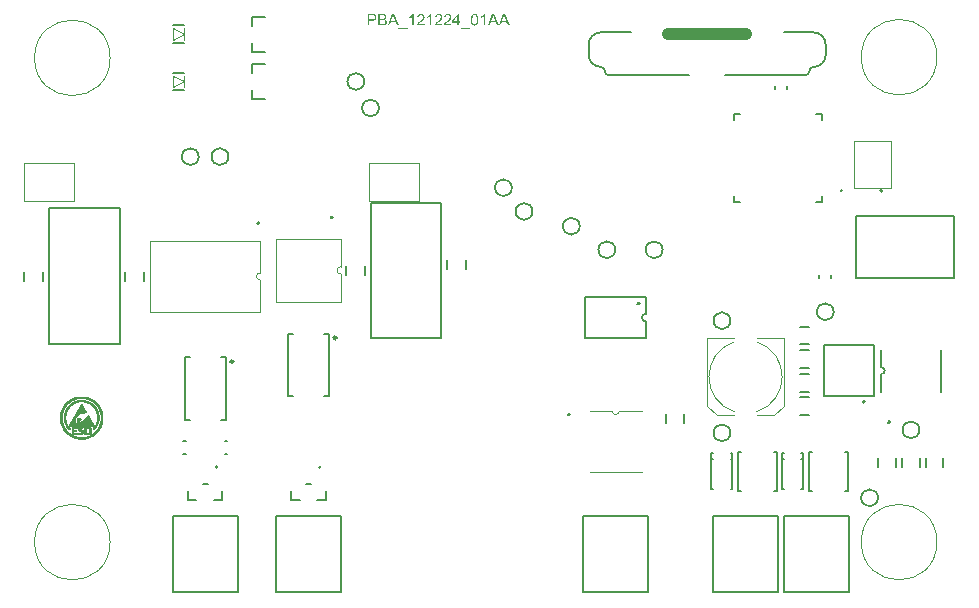
<source format=gto>
G04*
G04 #@! TF.GenerationSoftware,Altium Limited,Altium Designer,23.9.2 (47)*
G04*
G04 Layer_Color=65535*
%FSLAX43Y43*%
%MOMM*%
G71*
G04*
G04 #@! TF.SameCoordinates,DD1DA4F9-BAAB-46B1-B849-2321CEA9ED03*
G04*
G04*
G04 #@! TF.FilePolarity,Positive*
G04*
G01*
G75*
%ADD10C,0.300*%
%ADD11C,0.200*%
%ADD12C,0.100*%
%ADD13C,0.152*%
%ADD14C,0.250*%
%ADD15C,0.102*%
%ADD16C,0.150*%
%ADD17C,0.050*%
%ADD18C,0.025*%
%ADD19C,0.127*%
%ADD20C,1.000*%
G36*
X42017Y48750D02*
X41870D01*
X41757Y49045D01*
X41347D01*
X41242Y48750D01*
X41108D01*
D01*
X40962D01*
X40849Y49045D01*
X40439D01*
X40333Y48750D01*
X40197D01*
X40570Y49725D01*
X40709D01*
X41107Y48754D01*
X41478Y49725D01*
X41618D01*
X42017Y48750D01*
D02*
G37*
G36*
X39947D02*
X39828D01*
Y49512D01*
X39826Y49510D01*
X39820Y49504D01*
X39811Y49497D01*
X39797Y49486D01*
X39781Y49474D01*
X39761Y49460D01*
X39739Y49445D01*
X39714Y49429D01*
X39713D01*
X39711Y49427D01*
X39707Y49425D01*
X39702Y49423D01*
X39696Y49419D01*
X39688Y49416D01*
X39671Y49406D01*
X39652Y49397D01*
X39631Y49386D01*
X39609Y49377D01*
X39588Y49368D01*
Y49483D01*
X39589Y49484D01*
X39592Y49485D01*
X39597Y49489D01*
X39605Y49492D01*
X39613Y49496D01*
X39624Y49502D01*
X39636Y49509D01*
X39647Y49515D01*
X39675Y49532D01*
X39704Y49552D01*
X39735Y49573D01*
X39763Y49597D01*
X39764Y49598D01*
X39767Y49601D01*
X39771Y49604D01*
X39776Y49609D01*
X39781Y49615D01*
X39789Y49622D01*
X39805Y49640D01*
X39823Y49659D01*
X39840Y49681D01*
X39856Y49704D01*
X39870Y49728D01*
X39947D01*
Y48750D01*
D02*
G37*
G36*
X37727Y49093D02*
X37859D01*
Y48984D01*
X37727D01*
Y48750D01*
X37608D01*
Y48984D01*
X37183Y48984D01*
Y49093D01*
X37629Y49725D01*
X37727D01*
Y49093D01*
D02*
G37*
G36*
X36812Y49727D02*
X36824Y49726D01*
X36838Y49724D01*
X36853Y49722D01*
X36869Y49719D01*
X36887Y49715D01*
X36905Y49709D01*
X36924Y49703D01*
X36942Y49696D01*
X36961Y49686D01*
X36979Y49676D01*
X36996Y49664D01*
X37012Y49650D01*
X37013Y49649D01*
X37015Y49647D01*
X37019Y49642D01*
X37025Y49637D01*
X37031Y49629D01*
X37038Y49620D01*
X37046Y49609D01*
X37053Y49596D01*
X37060Y49584D01*
X37068Y49569D01*
X37075Y49553D01*
X37082Y49536D01*
X37087Y49517D01*
X37091Y49498D01*
X37093Y49478D01*
X37094Y49457D01*
Y49456D01*
Y49455D01*
Y49452D01*
Y49447D01*
X37093Y49436D01*
X37091Y49421D01*
X37088Y49403D01*
X37084Y49384D01*
X37078Y49363D01*
X37070Y49342D01*
Y49341D01*
X37069Y49340D01*
X37068Y49336D01*
X37066Y49332D01*
X37059Y49321D01*
X37051Y49306D01*
X37039Y49288D01*
X37026Y49268D01*
X37010Y49247D01*
X36990Y49223D01*
X36989Y49222D01*
X36988Y49220D01*
X36983Y49217D01*
X36979Y49212D01*
X36973Y49205D01*
X36965Y49198D01*
X36957Y49189D01*
X36946Y49179D01*
X36934Y49167D01*
X36920Y49155D01*
X36905Y49140D01*
X36888Y49125D01*
X36870Y49108D01*
X36850Y49091D01*
X36828Y49072D01*
X36805Y49052D01*
X36804Y49051D01*
X36801Y49048D01*
X36794Y49044D01*
X36788Y49037D01*
X36778Y49030D01*
X36769Y49022D01*
X36747Y49003D01*
X36723Y48982D01*
X36701Y48961D01*
X36691Y48952D01*
X36681Y48943D01*
X36673Y48935D01*
X36666Y48929D01*
X36665Y48928D01*
X36661Y48923D01*
X36656Y48917D01*
X36648Y48909D01*
X36640Y48899D01*
X36631Y48888D01*
X36615Y48865D01*
X37095D01*
Y48750D01*
X36450D01*
Y48752D01*
Y48757D01*
Y48766D01*
X36451Y48776D01*
X36452Y48789D01*
X36455Y48803D01*
X36458Y48818D01*
X36463Y48832D01*
Y48833D01*
X36465Y48836D01*
X36466Y48839D01*
X36468Y48844D01*
X36471Y48849D01*
X36474Y48857D01*
X36482Y48874D01*
X36493Y48894D01*
X36507Y48916D01*
X36523Y48939D01*
X36542Y48962D01*
X36543Y48963D01*
X36544Y48966D01*
X36547Y48969D01*
X36552Y48974D01*
X36558Y48979D01*
X36565Y48987D01*
X36572Y48995D01*
X36582Y49005D01*
X36592Y49015D01*
X36604Y49026D01*
X36617Y49038D01*
X36631Y49051D01*
X36646Y49065D01*
X36663Y49079D01*
X36680Y49093D01*
X36699Y49109D01*
X36701Y49110D01*
X36706Y49116D01*
X36714Y49122D01*
X36724Y49131D01*
X36737Y49142D01*
X36752Y49155D01*
X36769Y49168D01*
X36786Y49184D01*
X36822Y49217D01*
X36857Y49252D01*
X36873Y49269D01*
X36889Y49286D01*
X36903Y49302D01*
X36915Y49316D01*
X36916Y49317D01*
X36917Y49320D01*
X36920Y49324D01*
X36923Y49329D01*
X36928Y49336D01*
X36933Y49344D01*
X36943Y49363D01*
X36954Y49385D01*
X36963Y49409D01*
X36970Y49435D01*
X36971Y49447D01*
X36972Y49460D01*
Y49461D01*
Y49463D01*
Y49467D01*
X36971Y49472D01*
Y49478D01*
X36969Y49485D01*
X36965Y49501D01*
X36959Y49520D01*
X36950Y49540D01*
X36944Y49551D01*
X36937Y49560D01*
X36929Y49570D01*
X36920Y49579D01*
X36919Y49581D01*
X36918Y49582D01*
X36915Y49584D01*
X36910Y49587D01*
X36905Y49591D01*
X36899Y49595D01*
X36884Y49605D01*
X36864Y49613D01*
X36842Y49622D01*
X36815Y49627D01*
X36801Y49629D01*
X36777D01*
X36771Y49628D01*
X36764D01*
X36755Y49626D01*
X36736Y49623D01*
X36714Y49616D01*
X36691Y49607D01*
X36679Y49601D01*
X36667Y49594D01*
X36657Y49586D01*
X36646Y49576D01*
X36645Y49575D01*
X36644Y49574D01*
X36642Y49571D01*
X36638Y49567D01*
X36635Y49562D01*
X36630Y49555D01*
X36625Y49548D01*
X36621Y49539D01*
X36616Y49530D01*
X36611Y49519D01*
X36603Y49494D01*
X36597Y49466D01*
X36596Y49451D01*
X36594Y49434D01*
X36472Y49446D01*
Y49448D01*
X36473Y49453D01*
X36474Y49459D01*
X36475Y49469D01*
X36477Y49480D01*
X36480Y49494D01*
X36484Y49509D01*
X36489Y49525D01*
X36494Y49540D01*
X36500Y49558D01*
X36509Y49575D01*
X36517Y49592D01*
X36528Y49610D01*
X36540Y49626D01*
X36552Y49642D01*
X36567Y49656D01*
X36568Y49657D01*
X36571Y49659D01*
X36575Y49662D01*
X36582Y49667D01*
X36590Y49672D01*
X36601Y49679D01*
X36612Y49685D01*
X36626Y49693D01*
X36641Y49699D01*
X36658Y49705D01*
X36676Y49712D01*
X36696Y49717D01*
X36717Y49722D01*
X36739Y49725D01*
X36764Y49727D01*
X36789Y49728D01*
X36803D01*
X36812Y49727D01*
D02*
G37*
G36*
X36055D02*
X36066Y49726D01*
X36080Y49724D01*
X36096Y49722D01*
X36112Y49719D01*
X36130Y49715D01*
X36148Y49709D01*
X36167Y49703D01*
X36185Y49696D01*
X36204Y49686D01*
X36221Y49676D01*
X36238Y49664D01*
X36254Y49650D01*
X36255Y49649D01*
X36257Y49647D01*
X36262Y49642D01*
X36267Y49637D01*
X36273Y49629D01*
X36281Y49620D01*
X36288Y49609D01*
X36295Y49596D01*
X36303Y49584D01*
X36310Y49569D01*
X36318Y49553D01*
X36324Y49536D01*
X36329Y49517D01*
X36333Y49498D01*
X36336Y49478D01*
X36337Y49457D01*
Y49456D01*
Y49455D01*
Y49452D01*
Y49447D01*
X36336Y49436D01*
X36333Y49421D01*
X36330Y49403D01*
X36326Y49384D01*
X36321Y49363D01*
X36312Y49342D01*
Y49341D01*
X36311Y49340D01*
X36310Y49336D01*
X36308Y49332D01*
X36302Y49321D01*
X36293Y49306D01*
X36282Y49288D01*
X36268Y49268D01*
X36252Y49247D01*
X36232Y49223D01*
X36231Y49222D01*
X36230Y49220D01*
X36226Y49217D01*
X36221Y49212D01*
X36215Y49205D01*
X36208Y49198D01*
X36199Y49189D01*
X36189Y49179D01*
X36176Y49167D01*
X36162Y49155D01*
X36148Y49140D01*
X36131Y49125D01*
X36113Y49108D01*
X36093Y49091D01*
X36070Y49072D01*
X36047Y49052D01*
X36046Y49051D01*
X36043Y49048D01*
X36037Y49044D01*
X36030Y49037D01*
X36021Y49030D01*
X36011Y49022D01*
X35989Y49003D01*
X35966Y48982D01*
X35944Y48961D01*
X35933Y48952D01*
X35924Y48943D01*
X35915Y48935D01*
X35909Y48929D01*
X35908Y48928D01*
X35903Y48923D01*
X35898Y48917D01*
X35891Y48909D01*
X35882Y48899D01*
X35874Y48888D01*
X35857Y48865D01*
X36338D01*
Y48750D01*
X35692D01*
Y48752D01*
Y48757D01*
Y48766D01*
X35693Y48776D01*
X35694Y48789D01*
X35697Y48803D01*
X35701Y48818D01*
X35706Y48832D01*
Y48833D01*
X35707Y48836D01*
X35708Y48839D01*
X35710Y48844D01*
X35713Y48849D01*
X35716Y48857D01*
X35725Y48874D01*
X35735Y48894D01*
X35749Y48916D01*
X35765Y48939D01*
X35784Y48962D01*
X35785Y48963D01*
X35786Y48966D01*
X35789Y48969D01*
X35795Y48974D01*
X35800Y48979D01*
X35807Y48987D01*
X35815Y48995D01*
X35824Y49005D01*
X35835Y49015D01*
X35846Y49026D01*
X35859Y49038D01*
X35874Y49051D01*
X35889Y49065D01*
X35906Y49079D01*
X35922Y49093D01*
X35941Y49109D01*
X35944Y49110D01*
X35949Y49116D01*
X35956Y49122D01*
X35967Y49131D01*
X35980Y49142D01*
X35994Y49155D01*
X36011Y49168D01*
X36028Y49184D01*
X36064Y49217D01*
X36099Y49252D01*
X36116Y49269D01*
X36132Y49286D01*
X36145Y49302D01*
X36157Y49316D01*
X36158Y49317D01*
X36159Y49320D01*
X36162Y49324D01*
X36165Y49329D01*
X36171Y49336D01*
X36175Y49344D01*
X36186Y49363D01*
X36196Y49385D01*
X36206Y49409D01*
X36212Y49435D01*
X36213Y49447D01*
X36214Y49460D01*
Y49461D01*
Y49463D01*
Y49467D01*
X36213Y49472D01*
Y49478D01*
X36211Y49485D01*
X36208Y49501D01*
X36201Y49520D01*
X36192Y49540D01*
X36187Y49551D01*
X36179Y49560D01*
X36172Y49570D01*
X36162Y49579D01*
X36161Y49581D01*
X36160Y49582D01*
X36157Y49584D01*
X36153Y49587D01*
X36148Y49591D01*
X36141Y49595D01*
X36126Y49605D01*
X36106Y49613D01*
X36084Y49622D01*
X36058Y49627D01*
X36043Y49629D01*
X36020D01*
X36013Y49628D01*
X36006D01*
X35997Y49626D01*
X35978Y49623D01*
X35956Y49616D01*
X35933Y49607D01*
X35921Y49601D01*
X35910Y49594D01*
X35899Y49586D01*
X35889Y49576D01*
X35888Y49575D01*
X35887Y49574D01*
X35884Y49571D01*
X35880Y49567D01*
X35877Y49562D01*
X35873Y49555D01*
X35868Y49548D01*
X35863Y49539D01*
X35858Y49530D01*
X35854Y49519D01*
X35845Y49494D01*
X35839Y49466D01*
X35838Y49451D01*
X35837Y49434D01*
X35714Y49446D01*
Y49448D01*
X35715Y49453D01*
X35716Y49459D01*
X35717Y49469D01*
X35720Y49480D01*
X35723Y49494D01*
X35726Y49509D01*
X35731Y49525D01*
X35736Y49540D01*
X35743Y49558D01*
X35751Y49575D01*
X35760Y49592D01*
X35770Y49610D01*
X35782Y49626D01*
X35795Y49642D01*
X35809Y49656D01*
X35810Y49657D01*
X35814Y49659D01*
X35818Y49662D01*
X35824Y49667D01*
X35833Y49672D01*
X35843Y49679D01*
X35855Y49685D01*
X35869Y49693D01*
X35883Y49699D01*
X35900Y49705D01*
X35918Y49712D01*
X35938Y49717D01*
X35959Y49722D01*
X35982Y49725D01*
X36006Y49727D01*
X36031Y49728D01*
X36045D01*
X36055Y49727D01*
D02*
G37*
G36*
X35402Y48750D02*
X35282D01*
Y49512D01*
X35280Y49510D01*
X35275Y49504D01*
X35265Y49497D01*
X35251Y49486D01*
X35236Y49474D01*
X35216Y49460D01*
X35193Y49445D01*
X35168Y49429D01*
X35167D01*
X35165Y49427D01*
X35162Y49425D01*
X35156Y49423D01*
X35150Y49419D01*
X35143Y49416D01*
X35126Y49406D01*
X35107Y49397D01*
X35086Y49386D01*
X35063Y49377D01*
X35042Y49368D01*
Y49483D01*
X35043Y49484D01*
X35047Y49485D01*
X35052Y49489D01*
X35059Y49492D01*
X35068Y49496D01*
X35078Y49502D01*
X35090Y49509D01*
X35101Y49515D01*
X35129Y49532D01*
X35159Y49552D01*
X35189Y49573D01*
X35218Y49597D01*
X35219Y49598D01*
X35221Y49601D01*
X35225Y49604D01*
X35230Y49609D01*
X35236Y49615D01*
X35243Y49622D01*
X35259Y49640D01*
X35277Y49659D01*
X35295Y49681D01*
X35311Y49704D01*
X35324Y49728D01*
X35402D01*
Y48750D01*
D02*
G37*
G36*
X34539Y49727D02*
X34551Y49726D01*
X34565Y49724D01*
X34581Y49722D01*
X34596Y49719D01*
X34614Y49715D01*
X34632Y49709D01*
X34651Y49703D01*
X34669Y49696D01*
X34688Y49686D01*
X34706Y49676D01*
X34723Y49664D01*
X34739Y49650D01*
X34740Y49649D01*
X34742Y49647D01*
X34746Y49642D01*
X34752Y49637D01*
X34758Y49629D01*
X34765Y49620D01*
X34773Y49609D01*
X34780Y49596D01*
X34788Y49584D01*
X34795Y49569D01*
X34802Y49553D01*
X34809Y49536D01*
X34814Y49517D01*
X34818Y49498D01*
X34820Y49478D01*
X34821Y49457D01*
Y49456D01*
Y49455D01*
Y49452D01*
Y49447D01*
X34820Y49436D01*
X34818Y49421D01*
X34815Y49403D01*
X34811Y49384D01*
X34806Y49363D01*
X34797Y49342D01*
Y49341D01*
X34796Y49340D01*
X34795Y49336D01*
X34793Y49332D01*
X34787Y49321D01*
X34778Y49306D01*
X34766Y49288D01*
X34753Y49268D01*
X34737Y49247D01*
X34717Y49223D01*
X34716Y49222D01*
X34715Y49220D01*
X34710Y49217D01*
X34706Y49212D01*
X34700Y49205D01*
X34693Y49198D01*
X34684Y49189D01*
X34674Y49179D01*
X34661Y49167D01*
X34647Y49155D01*
X34632Y49140D01*
X34615Y49125D01*
X34597Y49108D01*
X34577Y49091D01*
X34555Y49072D01*
X34532Y49052D01*
X34531Y49051D01*
X34528Y49048D01*
X34521Y49044D01*
X34515Y49037D01*
X34506Y49030D01*
X34496Y49022D01*
X34474Y49003D01*
X34451Y48982D01*
X34428Y48961D01*
X34418Y48952D01*
X34408Y48943D01*
X34400Y48935D01*
X34394Y48929D01*
X34392Y48928D01*
X34388Y48923D01*
X34383Y48917D01*
X34376Y48909D01*
X34367Y48899D01*
X34359Y48888D01*
X34342Y48865D01*
X34822D01*
Y48750D01*
X34177D01*
Y48752D01*
Y48757D01*
Y48766D01*
X34178Y48776D01*
X34179Y48789D01*
X34182Y48803D01*
X34185Y48818D01*
X34191Y48832D01*
Y48833D01*
X34192Y48836D01*
X34193Y48839D01*
X34195Y48844D01*
X34198Y48849D01*
X34201Y48857D01*
X34210Y48874D01*
X34220Y48894D01*
X34234Y48916D01*
X34250Y48939D01*
X34269Y48962D01*
X34270Y48963D01*
X34271Y48966D01*
X34274Y48969D01*
X34279Y48974D01*
X34285Y48979D01*
X34292Y48987D01*
X34299Y48995D01*
X34309Y49005D01*
X34320Y49015D01*
X34331Y49026D01*
X34344Y49038D01*
X34359Y49051D01*
X34373Y49065D01*
X34390Y49079D01*
X34407Y49093D01*
X34426Y49109D01*
X34428Y49110D01*
X34434Y49116D01*
X34441Y49122D01*
X34452Y49131D01*
X34464Y49142D01*
X34479Y49155D01*
X34496Y49168D01*
X34513Y49184D01*
X34549Y49217D01*
X34584Y49252D01*
X34601Y49269D01*
X34616Y49286D01*
X34630Y49302D01*
X34642Y49316D01*
X34643Y49317D01*
X34644Y49320D01*
X34647Y49324D01*
X34650Y49329D01*
X34656Y49336D01*
X34660Y49344D01*
X34670Y49363D01*
X34681Y49385D01*
X34690Y49409D01*
X34697Y49435D01*
X34698Y49447D01*
X34699Y49460D01*
Y49461D01*
Y49463D01*
Y49467D01*
X34698Y49472D01*
Y49478D01*
X34696Y49485D01*
X34693Y49501D01*
X34686Y49520D01*
X34677Y49540D01*
X34671Y49551D01*
X34664Y49560D01*
X34657Y49570D01*
X34647Y49579D01*
X34646Y49581D01*
X34645Y49582D01*
X34642Y49584D01*
X34638Y49587D01*
X34632Y49591D01*
X34626Y49595D01*
X34611Y49605D01*
X34591Y49613D01*
X34569Y49622D01*
X34542Y49627D01*
X34528Y49629D01*
X34504D01*
X34498Y49628D01*
X34491D01*
X34482Y49626D01*
X34463Y49623D01*
X34441Y49616D01*
X34418Y49607D01*
X34406Y49601D01*
X34395Y49594D01*
X34384Y49586D01*
X34373Y49576D01*
X34372Y49575D01*
X34371Y49574D01*
X34369Y49571D01*
X34365Y49567D01*
X34362Y49562D01*
X34358Y49555D01*
X34352Y49548D01*
X34348Y49539D01*
X34343Y49530D01*
X34339Y49519D01*
X34330Y49494D01*
X34324Y49466D01*
X34323Y49451D01*
X34322Y49434D01*
X34199Y49446D01*
Y49448D01*
X34200Y49453D01*
X34201Y49459D01*
X34202Y49469D01*
X34204Y49480D01*
X34208Y49494D01*
X34211Y49509D01*
X34216Y49525D01*
X34221Y49540D01*
X34228Y49558D01*
X34236Y49575D01*
X34245Y49592D01*
X34255Y49610D01*
X34267Y49626D01*
X34279Y49642D01*
X34294Y49656D01*
X34295Y49657D01*
X34298Y49659D01*
X34303Y49662D01*
X34309Y49667D01*
X34317Y49672D01*
X34328Y49679D01*
X34340Y49685D01*
X34353Y49693D01*
X34368Y49699D01*
X34385Y49705D01*
X34403Y49712D01*
X34423Y49717D01*
X34444Y49722D01*
X34466Y49725D01*
X34491Y49727D01*
X34516Y49728D01*
X34530D01*
X34539Y49727D01*
D02*
G37*
G36*
X33886Y48750D02*
X33767D01*
Y49512D01*
X33765Y49510D01*
X33760Y49504D01*
X33750Y49497D01*
X33736Y49486D01*
X33720Y49474D01*
X33700Y49460D01*
X33678Y49445D01*
X33653Y49429D01*
X33652D01*
X33650Y49427D01*
X33646Y49425D01*
X33641Y49423D01*
X33635Y49419D01*
X33627Y49416D01*
X33611Y49406D01*
X33592Y49397D01*
X33570Y49386D01*
X33548Y49377D01*
X33527Y49368D01*
Y49483D01*
X33528Y49484D01*
X33531Y49485D01*
X33537Y49489D01*
X33544Y49492D01*
X33552Y49496D01*
X33563Y49502D01*
X33575Y49509D01*
X33586Y49515D01*
X33614Y49532D01*
X33643Y49552D01*
X33674Y49573D01*
X33702Y49597D01*
X33704Y49598D01*
X33706Y49601D01*
X33710Y49604D01*
X33715Y49609D01*
X33720Y49615D01*
X33728Y49622D01*
X33744Y49640D01*
X33762Y49659D01*
X33780Y49681D01*
X33795Y49704D01*
X33809Y49728D01*
X33886D01*
Y48750D01*
D02*
G37*
G36*
X32624D02*
X32477D01*
X32364Y49045D01*
X31954D01*
X31848Y48750D01*
X31712D01*
X32085Y49725D01*
X32224D01*
X32624Y48750D01*
D02*
G37*
G36*
X31296Y49724D02*
X31308D01*
X31320Y49723D01*
X31333Y49721D01*
X31361Y49718D01*
X31392Y49713D01*
X31420Y49705D01*
X31448Y49695D01*
X31449D01*
X31451Y49694D01*
X31454Y49691D01*
X31459Y49689D01*
X31471Y49682D01*
X31487Y49672D01*
X31504Y49660D01*
X31521Y49644D01*
X31537Y49625D01*
X31553Y49604D01*
Y49603D01*
X31555Y49601D01*
X31556Y49597D01*
X31560Y49593D01*
X31563Y49588D01*
X31566Y49581D01*
X31573Y49565D01*
X31580Y49546D01*
X31586Y49523D01*
X31590Y49500D01*
X31592Y49475D01*
Y49474D01*
Y49472D01*
Y49469D01*
Y49464D01*
X31590Y49453D01*
X31588Y49437D01*
X31584Y49419D01*
X31578Y49399D01*
X31569Y49379D01*
X31557Y49358D01*
Y49357D01*
X31556Y49355D01*
X31554Y49352D01*
X31551Y49348D01*
X31544Y49339D01*
X31532Y49326D01*
X31518Y49312D01*
X31500Y49297D01*
X31480Y49283D01*
X31456Y49269D01*
X31457D01*
X31460Y49268D01*
X31465Y49266D01*
X31471Y49264D01*
X31478Y49260D01*
X31487Y49257D01*
X31506Y49248D01*
X31528Y49236D01*
X31550Y49220D01*
X31572Y49202D01*
X31591Y49180D01*
X31592Y49179D01*
X31593Y49177D01*
X31596Y49174D01*
X31599Y49169D01*
X31603Y49163D01*
X31607Y49156D01*
X31611Y49147D01*
X31616Y49138D01*
X31624Y49117D01*
X31633Y49091D01*
X31638Y49063D01*
X31640Y49048D01*
Y49032D01*
Y49031D01*
Y49029D01*
Y49026D01*
Y49021D01*
X31639Y49014D01*
Y49008D01*
X31637Y48991D01*
X31633Y48971D01*
X31627Y48950D01*
X31620Y48926D01*
X31610Y48904D01*
Y48903D01*
X31609Y48902D01*
X31607Y48899D01*
X31605Y48895D01*
X31599Y48884D01*
X31590Y48872D01*
X31581Y48857D01*
X31568Y48842D01*
X31554Y48827D01*
X31538Y48813D01*
X31536Y48812D01*
X31531Y48808D01*
X31522Y48803D01*
X31509Y48795D01*
X31494Y48788D01*
X31476Y48780D01*
X31455Y48772D01*
X31432Y48766D01*
X31431D01*
X31429Y48765D01*
X31425D01*
X31420Y48764D01*
X31414Y48763D01*
X31406Y48761D01*
X31398Y48760D01*
X31388Y48758D01*
X31378Y48756D01*
X31365Y48755D01*
X31339Y48752D01*
X31308Y48751D01*
X31274Y48750D01*
X30903D01*
Y49725D01*
X31287D01*
X31296Y49724D01*
D02*
G37*
G36*
X30423D02*
X30447Y49723D01*
X30471Y49721D01*
X30495Y49719D01*
X30506Y49718D01*
X30516Y49716D01*
X30517D01*
X30519Y49715D01*
X30523D01*
X30527Y49714D01*
X30534Y49712D01*
X30541Y49710D01*
X30558Y49705D01*
X30577Y49699D01*
X30597Y49690D01*
X30617Y49681D01*
X30636Y49669D01*
X30637D01*
X30638Y49668D01*
X30645Y49663D01*
X30653Y49656D01*
X30665Y49645D01*
X30676Y49632D01*
X30690Y49615D01*
X30703Y49597D01*
X30714Y49575D01*
Y49574D01*
X30715Y49572D01*
X30717Y49569D01*
X30720Y49565D01*
X30722Y49559D01*
X30724Y49552D01*
X30730Y49536D01*
X30735Y49516D01*
X30741Y49494D01*
X30744Y49469D01*
X30745Y49442D01*
Y49441D01*
Y49437D01*
Y49430D01*
X30744Y49421D01*
X30743Y49410D01*
X30741Y49399D01*
X30739Y49385D01*
X30735Y49369D01*
X30731Y49353D01*
X30726Y49336D01*
X30720Y49320D01*
X30711Y49302D01*
X30703Y49284D01*
X30692Y49266D01*
X30679Y49249D01*
X30666Y49232D01*
X30665Y49231D01*
X30661Y49229D01*
X30657Y49224D01*
X30650Y49218D01*
X30641Y49212D01*
X30630Y49204D01*
X30616Y49197D01*
X30600Y49190D01*
X30581Y49181D01*
X30561Y49174D01*
X30537Y49166D01*
X30511Y49160D01*
X30482Y49155D01*
X30450Y49150D01*
X30416Y49147D01*
X30378Y49146D01*
X30129D01*
Y48750D01*
X30000D01*
Y49725D01*
X30402D01*
X30423Y49724D01*
D02*
G37*
G36*
X39077Y49727D02*
X39084Y49726D01*
X39103Y49724D01*
X39124Y49721D01*
X39147Y49715D01*
X39171Y49707D01*
X39194Y49697D01*
X39195D01*
X39197Y49696D01*
X39200Y49694D01*
X39204Y49690D01*
X39215Y49684D01*
X39229Y49674D01*
X39245Y49661D01*
X39260Y49645D01*
X39277Y49626D01*
X39292Y49605D01*
Y49604D01*
X39294Y49602D01*
X39295Y49598D01*
X39298Y49594D01*
X39302Y49589D01*
X39306Y49582D01*
X39309Y49573D01*
X39314Y49565D01*
X39324Y49544D01*
X39333Y49519D01*
X39344Y49491D01*
X39352Y49460D01*
Y49459D01*
X39353Y49456D01*
X39354Y49452D01*
X39355Y49444D01*
X39358Y49436D01*
X39360Y49425D01*
X39362Y49414D01*
X39364Y49400D01*
X39365Y49384D01*
X39367Y49367D01*
X39369Y49348D01*
X39371Y49328D01*
X39372Y49306D01*
X39373Y49283D01*
X39375Y49257D01*
Y49231D01*
Y49229D01*
Y49223D01*
Y49214D01*
Y49202D01*
X39373Y49187D01*
X39372Y49172D01*
X39371Y49153D01*
X39370Y49133D01*
X39368Y49110D01*
X39366Y49088D01*
X39360Y49042D01*
X39350Y48996D01*
X39345Y48974D01*
X39339Y48954D01*
Y48953D01*
X39336Y48950D01*
X39335Y48943D01*
X39332Y48937D01*
X39328Y48928D01*
X39324Y48918D01*
X39319Y48906D01*
X39312Y48894D01*
X39297Y48867D01*
X39279Y48841D01*
X39258Y48814D01*
X39246Y48803D01*
X39233Y48791D01*
X39232Y48790D01*
X39230Y48789D01*
X39226Y48786D01*
X39220Y48783D01*
X39214Y48779D01*
X39205Y48773D01*
X39196Y48768D01*
X39184Y48763D01*
X39173Y48757D01*
X39159Y48752D01*
X39145Y48748D01*
X39129Y48743D01*
X39112Y48739D01*
X39095Y48736D01*
X39077Y48735D01*
X39056Y48734D01*
X39050D01*
X39043Y48735D01*
X39033Y48736D01*
X39022Y48737D01*
X39008Y48739D01*
X38993Y48743D01*
X38976Y48747D01*
X38959Y48752D01*
X38941Y48758D01*
X38922Y48767D01*
X38904Y48776D01*
X38886Y48788D01*
X38868Y48802D01*
X38851Y48817D01*
X38836Y48835D01*
X38835Y48836D01*
X38831Y48840D01*
X38827Y48847D01*
X38821Y48858D01*
X38813Y48872D01*
X38805Y48887D01*
X38797Y48907D01*
X38788Y48930D01*
X38779Y48956D01*
X38770Y48985D01*
X38762Y49017D01*
X38754Y49053D01*
X38748Y49092D01*
X38744Y49135D01*
X38741Y49181D01*
X38739Y49231D01*
Y49233D01*
Y49238D01*
Y49248D01*
X38741Y49259D01*
Y49274D01*
X38742Y49291D01*
X38743Y49310D01*
X38744Y49330D01*
X38746Y49352D01*
X38748Y49374D01*
X38754Y49421D01*
X38763Y49466D01*
X38768Y49489D01*
X38774Y49509D01*
Y49510D01*
X38776Y49513D01*
X38779Y49519D01*
X38781Y49527D01*
X38785Y49535D01*
X38789Y49546D01*
X38794Y49556D01*
X38801Y49569D01*
X38816Y49595D01*
X38835Y49622D01*
X38856Y49648D01*
X38867Y49660D01*
X38880Y49671D01*
X38881Y49672D01*
X38883Y49674D01*
X38887Y49677D01*
X38893Y49680D01*
X38899Y49685D01*
X38907Y49689D01*
X38917Y49695D01*
X38929Y49700D01*
X38940Y49705D01*
X38954Y49710D01*
X38969Y49716D01*
X38984Y49720D01*
X39000Y49723D01*
X39018Y49726D01*
X39037Y49727D01*
X39056Y49728D01*
X39069D01*
X39077Y49727D01*
D02*
G37*
G36*
X38697Y48479D02*
X37904D01*
Y48566D01*
X38697D01*
Y48479D01*
D02*
G37*
G36*
X33394Y48479D02*
X32600D01*
Y48566D01*
X33394D01*
Y48479D01*
D02*
G37*
%LPC*%
G36*
X41545Y49624D02*
Y49623D01*
X41544Y49620D01*
X41543Y49614D01*
X41542Y49608D01*
X41540Y49598D01*
X41537Y49589D01*
X41534Y49577D01*
X41531Y49565D01*
X41528Y49551D01*
X41524Y49536D01*
X41514Y49504D01*
X41504Y49471D01*
X41492Y49436D01*
X41384Y49149D01*
X41717D01*
X41615Y49420D01*
Y49421D01*
X41612Y49425D01*
X41610Y49432D01*
X41607Y49441D01*
X41603Y49451D01*
X41599Y49463D01*
X41593Y49477D01*
X41588Y49492D01*
X41578Y49525D01*
X41566Y49558D01*
X41554Y49592D01*
X41545Y49624D01*
D02*
G37*
G36*
X40636D02*
Y49623D01*
X40635Y49620D01*
X40634Y49614D01*
X40633Y49608D01*
X40631Y49598D01*
X40629Y49589D01*
X40626Y49577D01*
X40622Y49565D01*
X40619Y49551D01*
X40615Y49536D01*
X40605Y49504D01*
X40595Y49471D01*
X40583Y49436D01*
X40476Y49149D01*
X40808D01*
X40706Y49420D01*
Y49421D01*
X40704Y49425D01*
X40702Y49432D01*
X40698Y49441D01*
X40694Y49451D01*
X40690Y49463D01*
X40685Y49477D01*
X40679Y49492D01*
X40669Y49525D01*
X40657Y49558D01*
X40646Y49592D01*
X40636Y49624D01*
D02*
G37*
G36*
X37608Y49533D02*
X37300Y49093D01*
X37608D01*
Y49533D01*
D02*
G37*
G36*
X32151Y49624D02*
Y49623D01*
X32150Y49620D01*
X32149Y49614D01*
X32148Y49608D01*
X32146Y49598D01*
X32144Y49589D01*
X32141Y49577D01*
X32138Y49565D01*
X32134Y49551D01*
X32130Y49536D01*
X32121Y49504D01*
X32110Y49471D01*
X32098Y49436D01*
X31991Y49149D01*
X32324D01*
X32221Y49420D01*
Y49421D01*
X32219Y49425D01*
X32217Y49432D01*
X32214Y49441D01*
X32209Y49451D01*
X32205Y49463D01*
X32200Y49477D01*
X32195Y49492D01*
X32184Y49525D01*
X32172Y49558D01*
X32161Y49592D01*
X32151Y49624D01*
D02*
G37*
G36*
X31246Y49610D02*
X31032D01*
Y49315D01*
X31264D01*
X31272Y49316D01*
X31290D01*
X31310Y49317D01*
X31331Y49320D01*
X31350Y49323D01*
X31359Y49324D01*
X31366Y49326D01*
X31367D01*
X31368Y49327D01*
X31375Y49329D01*
X31383Y49332D01*
X31394Y49337D01*
X31405Y49344D01*
X31418Y49352D01*
X31430Y49363D01*
X31440Y49374D01*
X31441Y49377D01*
X31444Y49381D01*
X31449Y49388D01*
X31453Y49398D01*
X31457Y49410D01*
X31461Y49425D01*
X31465Y49441D01*
X31466Y49460D01*
Y49461D01*
Y49462D01*
Y49469D01*
X31465Y49477D01*
X31462Y49489D01*
X31459Y49502D01*
X31455Y49517D01*
X31450Y49532D01*
X31441Y49546D01*
X31440Y49548D01*
X31437Y49552D01*
X31432Y49558D01*
X31424Y49566D01*
X31415Y49574D01*
X31403Y49583D01*
X31391Y49590D01*
X31375Y49596D01*
X31373Y49597D01*
X31370D01*
X31366Y49598D01*
X31362Y49600D01*
X31356Y49601D01*
X31348Y49602D01*
X31341Y49604D01*
X31331Y49605D01*
X31320Y49606D01*
X31308Y49607D01*
X31294Y49608D01*
X31280Y49609D01*
X31264D01*
X31246Y49610D01*
D02*
G37*
G36*
X31257Y49200D02*
X31032D01*
Y48865D01*
X31296D01*
X31310Y48866D01*
X31324D01*
X31339Y48867D01*
X31353Y48868D01*
X31363Y48869D01*
X31365D01*
X31370Y48870D01*
X31379Y48873D01*
X31389Y48876D01*
X31401Y48879D01*
X31413Y48884D01*
X31425Y48889D01*
X31437Y48896D01*
X31438Y48897D01*
X31442Y48899D01*
X31448Y48903D01*
X31455Y48910D01*
X31462Y48917D01*
X31471Y48926D01*
X31479Y48937D01*
X31487Y48950D01*
X31488Y48952D01*
X31490Y48956D01*
X31493Y48963D01*
X31497Y48974D01*
X31500Y48986D01*
X31504Y48999D01*
X31506Y49015D01*
X31507Y49032D01*
Y49033D01*
Y49034D01*
Y49037D01*
Y49042D01*
X31506Y49051D01*
X31504Y49065D01*
X31499Y49080D01*
X31495Y49096D01*
X31488Y49111D01*
X31478Y49127D01*
X31477Y49129D01*
X31473Y49134D01*
X31467Y49141D01*
X31458Y49149D01*
X31447Y49159D01*
X31433Y49167D01*
X31418Y49176D01*
X31400Y49183D01*
X31399D01*
X31398Y49184D01*
X31395Y49185D01*
X31391Y49186D01*
X31385Y49187D01*
X31380Y49189D01*
X31373Y49191D01*
X31364Y49192D01*
X31354Y49194D01*
X31343Y49195D01*
X31331Y49196D01*
X31319Y49198D01*
X31290Y49199D01*
X31257Y49200D01*
D02*
G37*
G36*
X30409Y49610D02*
X30129D01*
Y49261D01*
X30392D01*
X30400Y49262D01*
X30411D01*
X30423Y49264D01*
X30436Y49266D01*
X30450Y49268D01*
X30480Y49273D01*
X30509Y49281D01*
X30523Y49287D01*
X30536Y49293D01*
X30548Y49299D01*
X30559Y49308D01*
X30560Y49309D01*
X30561Y49310D01*
X30564Y49313D01*
X30567Y49316D01*
X30576Y49327D01*
X30585Y49342D01*
X30595Y49361D01*
X30603Y49383D01*
X30610Y49409D01*
X30611Y49423D01*
X30612Y49439D01*
Y49440D01*
Y49442D01*
Y49445D01*
Y49450D01*
X30610Y49461D01*
X30608Y49475D01*
X30604Y49492D01*
X30598Y49509D01*
X30591Y49527D01*
X30580Y49544D01*
X30579Y49546D01*
X30575Y49551D01*
X30567Y49558D01*
X30559Y49567D01*
X30546Y49576D01*
X30533Y49586D01*
X30517Y49594D01*
X30499Y49601D01*
X30498D01*
X30492Y49602D01*
X30484Y49604D01*
X30471Y49606D01*
X30464D01*
X30455Y49607D01*
X30445Y49608D01*
X30434Y49609D01*
X30422D01*
X30409Y49610D01*
D02*
G37*
G36*
X39055Y49629D02*
X39048D01*
X39042Y49628D01*
X39035Y49627D01*
X39027Y49626D01*
X39008Y49621D01*
X38987Y49612D01*
X38976Y49607D01*
X38965Y49600D01*
X38954Y49592D01*
X38943Y49583D01*
X38933Y49572D01*
X38923Y49559D01*
X38922Y49558D01*
X38921Y49555D01*
X38918Y49550D01*
X38914Y49541D01*
X38910Y49531D01*
X38904Y49518D01*
X38898Y49503D01*
X38893Y49484D01*
X38887Y49463D01*
X38881Y49440D01*
X38876Y49413D01*
X38872Y49383D01*
X38867Y49350D01*
X38865Y49313D01*
X38863Y49274D01*
X38862Y49231D01*
Y49230D01*
Y49228D01*
Y49224D01*
Y49220D01*
Y49215D01*
Y49208D01*
X38863Y49192D01*
X38864Y49173D01*
X38865Y49150D01*
X38866Y49126D01*
X38869Y49101D01*
X38876Y49047D01*
X38880Y49021D01*
X38885Y48994D01*
X38892Y48970D01*
X38900Y48948D01*
X38909Y48928D01*
X38918Y48911D01*
X38919Y48910D01*
X38920Y48907D01*
X38923Y48903D01*
X38929Y48898D01*
X38934Y48893D01*
X38940Y48886D01*
X38956Y48872D01*
X38976Y48857D01*
X39000Y48845D01*
X39013Y48840D01*
X39027Y48836D01*
X39042Y48833D01*
X39056Y48832D01*
X39060D01*
X39065Y48833D01*
X39070D01*
X39078Y48835D01*
X39086Y48837D01*
X39105Y48842D01*
X39116Y48846D01*
X39126Y48851D01*
X39138Y48858D01*
X39149Y48866D01*
X39161Y48875D01*
X39173Y48885D01*
X39184Y48898D01*
X39195Y48912D01*
X39196Y48913D01*
X39197Y48916D01*
X39200Y48920D01*
X39203Y48928D01*
X39209Y48937D01*
X39213Y48950D01*
X39218Y48965D01*
X39223Y48981D01*
X39229Y49001D01*
X39234Y49025D01*
X39239Y49050D01*
X39243Y49080D01*
X39247Y49112D01*
X39250Y49148D01*
X39251Y49187D01*
X39252Y49231D01*
Y49232D01*
Y49234D01*
Y49237D01*
Y49241D01*
Y49247D01*
Y49253D01*
X39251Y49270D01*
X39250Y49289D01*
X39249Y49311D01*
X39248Y49335D01*
X39245Y49361D01*
X39238Y49415D01*
X39233Y49441D01*
X39228Y49466D01*
X39221Y49491D01*
X39214Y49514D01*
X39205Y49533D01*
X39195Y49550D01*
X39194Y49551D01*
X39193Y49553D01*
X39190Y49557D01*
X39185Y49563D01*
X39179Y49568D01*
X39173Y49575D01*
X39165Y49583D01*
X39157Y49590D01*
X39137Y49604D01*
X39112Y49616D01*
X39100Y49622D01*
X39085Y49626D01*
X39071Y49628D01*
X39055Y49629D01*
D02*
G37*
%LPD*%
D10*
X74167Y15161D02*
G03*
X74167Y15161I-50J0D01*
G01*
X47050Y15800D02*
G03*
X47050Y15800I-50J0D01*
G01*
X26955Y32500D02*
G03*
X26955Y32500I-50J0D01*
G01*
X52942Y25202D02*
G03*
X52942Y25202I-50J0D01*
G01*
D11*
X73460Y19183D02*
G03*
X73460Y19817I0J317D01*
G01*
X73600Y34750D02*
G03*
X73600Y34750I-100J0D01*
G01*
X20850Y32000D02*
G03*
X20850Y32000I-100J0D01*
G01*
X53540Y24317D02*
G03*
X53540Y23683I0J-317D01*
G01*
X29712Y44000D02*
G03*
X29712Y44000I-712J0D01*
G01*
X49733Y48155D02*
G03*
X48717Y47139I0J-1016D01*
G01*
X68783D02*
G03*
X67767Y48155I-1016J0D01*
G01*
X48717Y46250D02*
G03*
X49733Y45234I1016J0D01*
G01*
Y48155D02*
G03*
X48717Y47139I0J-1016D01*
G01*
X67767Y45234D02*
G03*
X68783Y46250I0J1016D01*
G01*
X67750Y45234D02*
G03*
X67400Y44884I0J-350D01*
G01*
X67050Y44534D02*
G03*
X67400Y44884I0J350D01*
G01*
X50083D02*
G03*
X49733Y45234I-350J0D01*
G01*
X50083Y44884D02*
G03*
X50433Y44534I350J0D01*
G01*
X76712Y14500D02*
G03*
X76712Y14500I-712J0D01*
G01*
X72100Y16900D02*
G03*
X72100Y16900I-100J0D01*
G01*
X69462Y24500D02*
G03*
X69462Y24500I-712J0D01*
G01*
X73212Y8750D02*
G03*
X73212Y8750I-712J0D01*
G01*
X47962Y31750D02*
G03*
X47962Y31750I-712J0D01*
G01*
X60712Y14250D02*
G03*
X60712Y14250I-712J0D01*
G01*
Y23750D02*
G03*
X60712Y23750I-712J0D01*
G01*
X42212Y35000D02*
G03*
X42212Y35000I-712J0D01*
G01*
X43962Y33000D02*
G03*
X43962Y33000I-712J0D01*
G01*
X30962Y41750D02*
G03*
X30962Y41750I-712J0D01*
G01*
X18212Y37637D02*
G03*
X18212Y37637I-712J0D01*
G01*
X15702D02*
G03*
X15702Y37637I-712J0D01*
G01*
X54978Y29750D02*
G03*
X54978Y29750I-712J0D01*
G01*
X50962D02*
G03*
X50962Y29750I-712J0D01*
G01*
X78575Y17750D02*
Y21250D01*
X73460Y19817D02*
Y21250D01*
Y17750D02*
Y19183D01*
X48425Y22250D02*
Y25750D01*
X53540Y22250D02*
Y23683D01*
Y24317D02*
Y25750D01*
X48425Y22250D02*
X53540D01*
X48425Y25750D02*
X53540D01*
X13510Y750D02*
Y7250D01*
Y750D02*
X18990D01*
Y7250D01*
X13510D02*
X18990D01*
X14500Y20650D02*
X14950D01*
X14500Y15350D02*
X14950D01*
X14500D02*
Y20650D01*
X18000Y15350D02*
Y20650D01*
X17550D02*
X18000D01*
X17550Y15350D02*
X18000D01*
X11050Y27150D02*
Y27850D01*
X9450Y27150D02*
Y27850D01*
X2550Y27150D02*
Y27850D01*
X950Y27150D02*
Y27850D01*
X38300Y28150D02*
Y28850D01*
X36700Y28150D02*
Y28850D01*
X29800Y27650D02*
Y28350D01*
X28200Y27650D02*
Y28350D01*
X59260Y7250D02*
X64740D01*
Y750D02*
Y7250D01*
X59260Y750D02*
X64740D01*
X59260D02*
Y7250D01*
X22260D02*
X27740D01*
Y750D02*
Y7250D01*
X22260Y750D02*
X27740D01*
X22260D02*
Y7250D01*
X48260D02*
X53740D01*
Y750D02*
Y7250D01*
X48260Y750D02*
X53740D01*
X48260D02*
Y7250D01*
X65260Y750D02*
Y7250D01*
Y750D02*
X70740D01*
Y7250D01*
X65260D02*
X70740D01*
X49733Y48155D02*
X52273D01*
X68783Y46250D02*
Y47139D01*
X48717Y46250D02*
Y47139D01*
X65227Y48155D02*
X67767D01*
X60250Y44534D02*
X67050D01*
X50433D02*
X57233D01*
X67350Y12650D02*
X67600D01*
X67350Y9350D02*
Y12650D01*
Y9350D02*
X67588D01*
X70400D02*
X70650D01*
Y12650D01*
X70416D02*
X70650D01*
X73250Y11375D02*
Y12125D01*
X74750Y11375D02*
Y12125D01*
X75250Y11375D02*
Y12125D01*
X76750Y11375D02*
Y12125D01*
X77250Y11375D02*
Y12125D01*
X78750Y11375D02*
Y12125D01*
X66726Y12024D02*
X66889D01*
X65100D02*
X65263D01*
X66889Y9476D02*
Y12524D01*
X66726D02*
X66889D01*
X66726Y9476D02*
X66889D01*
X65100Y12524D02*
X65263D01*
X65100Y9476D02*
X65263D01*
X65100D02*
Y12524D01*
X72900Y17350D02*
Y21650D01*
X68600D02*
X72900D01*
X68600Y17350D02*
Y21650D01*
Y17350D02*
X72900D01*
X66625Y17250D02*
X67375D01*
X66625Y15750D02*
X67375D01*
X66625Y19250D02*
X67375D01*
X66625Y17750D02*
X67375D01*
X66625Y21250D02*
X67375D01*
X66625Y19750D02*
X67375D01*
X66625Y23250D02*
X67375D01*
X66625Y21750D02*
X67375D01*
X61350Y12650D02*
X61600D01*
X61350Y9350D02*
Y12650D01*
Y9350D02*
X61588D01*
X64400D02*
X64650D01*
Y12650D01*
X64416D02*
X64650D01*
X60726Y12024D02*
X60889D01*
X59100D02*
X59263D01*
X60889Y9476D02*
Y12524D01*
X60726D02*
X60889D01*
X60726Y9476D02*
X60889D01*
X59100Y12524D02*
X59263D01*
X59100Y9476D02*
X59263D01*
X59100D02*
Y12524D01*
X55250Y15125D02*
Y15875D01*
X56750Y15125D02*
Y15875D01*
X65500Y43400D02*
Y43600D01*
X64500Y43400D02*
Y43600D01*
X68250Y27400D02*
Y27600D01*
X69250Y27400D02*
Y27600D01*
X71315Y32615D02*
X79685D01*
Y27385D02*
Y32615D01*
X71315Y27385D02*
X79685D01*
X71315D02*
Y32615D01*
X13550Y48750D02*
X14450D01*
X13550Y47250D02*
X14450D01*
X13550Y44750D02*
X14450D01*
X13550Y43250D02*
X14450D01*
X20240Y46500D02*
X21340D01*
X20240D02*
Y47275D01*
Y49500D02*
X21340D01*
X20240Y48725D02*
Y49500D01*
Y42500D02*
X21340D01*
X20240D02*
Y43275D01*
Y45500D02*
X21340D01*
X20240Y44725D02*
Y45500D01*
X23250Y22650D02*
X23700D01*
X23250Y17350D02*
X23700D01*
X23250D02*
Y22650D01*
X26750Y17350D02*
Y22650D01*
X26300D02*
X26750D01*
X26300Y17350D02*
X26750D01*
X17900Y12425D02*
X18100D01*
X17900Y13575D02*
X18100D01*
X14400D02*
X14600D01*
X14400Y12425D02*
X14600D01*
D12*
X50695Y16102D02*
G03*
X51305Y16102I305J0D01*
G01*
X20893Y27802D02*
G03*
X20893Y27193I0J-305D01*
G01*
X27730Y28305D02*
G03*
X27730Y27695I0J-305D01*
G01*
X8200Y46000D02*
G03*
X8200Y46000I-3200J0D01*
G01*
X78200Y46060D02*
G03*
X78200Y46060I-3200J0D01*
G01*
Y5000D02*
G03*
X78200Y5000I-3200J0D01*
G01*
X8200D02*
G03*
X8200Y5000I-3200J0D01*
G01*
X48800Y10900D02*
X53200D01*
X51305Y16102D02*
X53197D01*
X48803D02*
X50695D01*
X20893Y27802D02*
Y30499D01*
Y24496D02*
Y27193D01*
X11608Y24496D02*
X20893D01*
X11608D02*
Y30499D01*
X20893D01*
X27730Y28305D02*
Y30705D01*
Y25295D02*
Y27695D01*
X22270Y30705D02*
X27730D01*
X22270Y25295D02*
X27730D01*
X22270D02*
Y30705D01*
X5100Y33900D02*
Y37100D01*
X900D02*
X5100D01*
X900Y33900D02*
Y37100D01*
Y33900D02*
X5100D01*
X34354D02*
Y37100D01*
X30154D02*
X34354D01*
X30154Y33900D02*
Y37100D01*
Y33900D02*
X34354D01*
X14450Y47500D02*
Y48500D01*
X13550D02*
X14450Y48000D01*
X13550Y47500D02*
X14450Y48000D01*
X13550Y47500D02*
Y48500D01*
X14450Y43500D02*
Y44500D01*
X13550D02*
X14450Y44000D01*
X13550Y43500D02*
X14450Y44000D01*
X13550Y43500D02*
Y44500D01*
D13*
X70177Y34750D02*
G03*
X70177Y34750I-76J0D01*
G01*
X67985Y41221D02*
X68471D01*
X61029Y40735D02*
Y41221D01*
Y33779D02*
X61515D01*
X68471D02*
Y34265D01*
Y40735D02*
Y41221D01*
X61029D02*
X61515D01*
X61029Y33779D02*
Y34265D01*
X67985Y33779D02*
X68471D01*
D14*
X18625Y20300D02*
G03*
X18625Y20300I-125J0D01*
G01*
X27375Y22300D02*
G03*
X27375Y22300I-125J0D01*
G01*
D15*
X61050Y21950D02*
G03*
X61050Y16050I950J-2950D01*
G01*
X62950D02*
G03*
X62950Y21950I-950J2950D01*
G01*
X65250Y16563D02*
Y22250D01*
X58750Y16563D02*
Y22250D01*
X59563Y15750D02*
X61050D01*
X58750Y22250D02*
X61050D01*
X62950Y15750D02*
X64437D01*
X62950Y22250D02*
X65250D01*
X64437Y15750D02*
X65250Y16563D01*
X58750D02*
X59563Y15750D01*
D16*
X26025Y11350D02*
G03*
X26025Y11350I-75J0D01*
G01*
X17275D02*
G03*
X17275Y11350I-75J0D01*
G01*
X23550Y8600D02*
Y9300D01*
Y8600D02*
X24250D01*
X25750D02*
X26450D01*
Y9300D01*
X24800Y9900D02*
X25200D01*
X14800Y8600D02*
Y9300D01*
Y8600D02*
X15500D01*
X17000D02*
X17700D01*
Y9300D01*
X16050Y9900D02*
X16450D01*
D17*
X71175Y35000D02*
X74325D01*
Y39000D01*
X71175D02*
X74325D01*
X71175Y35000D02*
Y39000D01*
D18*
X22841Y25295D02*
X23349D01*
X25381Y30705D02*
X25889D01*
X26651Y25295D02*
X27159D01*
X24111Y30705D02*
X24619D01*
X26651D02*
X27159D01*
X24111Y25295D02*
X24619D01*
X22841Y30705D02*
X23349D01*
X25381Y25295D02*
X25889D01*
X5445Y13773D02*
X6055D01*
X5318Y13798D02*
X6182D01*
X5242Y13824D02*
X6283D01*
X5166Y13849D02*
X6360D01*
X5090Y13874D02*
X6436D01*
X5928Y13900D02*
X6487D01*
X5013D02*
X5572D01*
X6080Y13925D02*
X6537D01*
X4963D02*
X5420D01*
X6207Y13951D02*
X6588D01*
X4912D02*
X5318D01*
X6283Y13976D02*
X6639D01*
X4861D02*
X5242D01*
X6360Y14001D02*
X6690D01*
X4836D02*
X5166D01*
X6410Y14027D02*
X6715D01*
X4785D02*
X5115D01*
X6461Y14052D02*
X6766D01*
X4759D02*
X5039D01*
X6512Y14078D02*
X6791D01*
X4709D02*
X4988D01*
X6563Y14103D02*
X6842D01*
X4683D02*
X4963D01*
X6614Y14128D02*
X6868D01*
X6004D02*
X6360D01*
X5471D02*
X5775D01*
X4937D02*
X5369D01*
X4632D02*
X4912D01*
X6639Y14154D02*
X6893D01*
X6004D02*
X6436D01*
X5445D02*
X5826D01*
X4937D02*
X5369D01*
X4607D02*
X4861D01*
X6690Y14179D02*
X6944D01*
X6004D02*
X6487D01*
X5445D02*
X5852D01*
X4937D02*
X5369D01*
X4582D02*
X4836D01*
X6715Y14205D02*
X6969D01*
X6004D02*
X6512D01*
X5445D02*
X5877D01*
X4937D02*
X5369D01*
X4556D02*
X4785D01*
X6766Y14230D02*
X6995D01*
X6004D02*
X6537D01*
X5445D02*
X5902D01*
X4937D02*
X5369D01*
X4531D02*
X4759D01*
X6791Y14255D02*
X7020D01*
X6258D02*
X6563D01*
X6004D02*
X6182D01*
X5674D02*
X5902D01*
X5445D02*
X5598D01*
X4937D02*
X5369D01*
X4505D02*
X4734D01*
X6817Y14281D02*
X7045D01*
X6334D02*
X6563D01*
X6004D02*
X6182D01*
X5725D02*
X5902D01*
X5471D02*
X5521D01*
X4937D02*
X5090D01*
X4480D02*
X4683D01*
X6842Y14306D02*
X7071D01*
X6385D02*
X6588D01*
X6004D02*
X6182D01*
X5750D02*
X5902D01*
X4937D02*
X5090D01*
X4455D02*
X4658D01*
X6868Y14332D02*
X7096D01*
X6385D02*
X6588D01*
X6004D02*
X6182D01*
X5725D02*
X5902D01*
X4937D02*
X5090D01*
X4429D02*
X4632D01*
X6893Y14357D02*
X7122D01*
X6410D02*
X6614D01*
X6004D02*
X6182D01*
X5725D02*
X5902D01*
X4937D02*
X5090D01*
X4404D02*
X4607D01*
X6918Y14382D02*
X7147D01*
X6410D02*
X6614D01*
X6004D02*
X6182D01*
X5674D02*
X5902D01*
X4937D02*
X5090D01*
X4378D02*
X4582D01*
X6944Y14408D02*
X7147D01*
X6436D02*
X6614D01*
X6004D02*
X6182D01*
X5623D02*
X5902D01*
X4937D02*
X5344D01*
X4353D02*
X4556D01*
X6969Y14433D02*
X7172D01*
X6436D02*
X6614D01*
X6004D02*
X6182D01*
X5547D02*
X5877D01*
X4937D02*
X5344D01*
X4328D02*
X4531D01*
X6995Y14459D02*
X7198D01*
X6436D02*
X6614D01*
X6004D02*
X6182D01*
X5521D02*
X5877D01*
X4937D02*
X5344D01*
X4328D02*
X4505D01*
X7020Y14484D02*
X7223D01*
X6436D02*
X6614D01*
X6004D02*
X6182D01*
X5496D02*
X5852D01*
X4937D02*
X5344D01*
X4302D02*
X4480D01*
X7045Y14509D02*
X7223D01*
X6436D02*
X6614D01*
X6004D02*
X6182D01*
X5471D02*
X5801D01*
X4937D02*
X5344D01*
X4277D02*
X4480D01*
X7071Y14535D02*
X7249D01*
X6436D02*
X6614D01*
X6004D02*
X6182D01*
X5445D02*
X5750D01*
X4937D02*
X5344D01*
X4251D02*
X4455D01*
X7096Y14560D02*
X7274D01*
X6436D02*
X6614D01*
X6004D02*
X6182D01*
X5445D02*
X5699D01*
X4937D02*
X5090D01*
X4251D02*
X4429D01*
X7096Y14586D02*
X7274D01*
X6410D02*
X6614D01*
X6004D02*
X6182D01*
X5445D02*
X5648D01*
X4937D02*
X5090D01*
X4226D02*
X4404D01*
X7122Y14611D02*
X7299D01*
X6741D02*
X6868D01*
X6410D02*
X6588D01*
X6004D02*
X6182D01*
X5445D02*
X5623D01*
X4937D02*
X5090D01*
X4632D02*
X4785D01*
X4226D02*
X4404D01*
X7147Y14636D02*
X7325D01*
X6741D02*
X6893D01*
X6385D02*
X6588D01*
X6004D02*
X6182D01*
X5445D02*
X5623D01*
X4937D02*
X5090D01*
X4607D02*
X4785D01*
X4201D02*
X4378D01*
X7147Y14662D02*
X7325D01*
X6766D02*
X6918D01*
X6334D02*
X6588D01*
X6004D02*
X6182D01*
X5826D02*
X5852D01*
X5445D02*
X5623D01*
X4937D02*
X5090D01*
X4607D02*
X4759D01*
X4175D02*
X4353D01*
X7172Y14687D02*
X7350D01*
X6791D02*
X6944D01*
X6004D02*
X6563D01*
X5445D02*
X5852D01*
X4937D02*
X5369D01*
X4582D02*
X4734D01*
X4175D02*
X4353D01*
X7198Y14713D02*
X7350D01*
X6791D02*
X6969D01*
X6004D02*
X6537D01*
X5471D02*
X5877D01*
X4937D02*
X5369D01*
X4556D02*
X4709D01*
X4150D02*
X4328D01*
X7198Y14738D02*
X7376D01*
X6817D02*
X6969D01*
X6004D02*
X6512D01*
X5471D02*
X5877D01*
X4937D02*
X5369D01*
X4531D02*
X4683D01*
X4150D02*
X4302D01*
X7223Y14763D02*
X7376D01*
X6842D02*
X6995D01*
X6004D02*
X6487D01*
X5496D02*
X5877D01*
X4937D02*
X5369D01*
X4531D02*
X4683D01*
X4124D02*
X4302D01*
X7223Y14789D02*
X7401D01*
X6868D02*
X7020D01*
X6004D02*
X6436D01*
X5547D02*
X5877D01*
X4937D02*
X5369D01*
X4505D02*
X4658D01*
X4124D02*
X4277D01*
X7249Y14814D02*
X7401D01*
X6868D02*
X7020D01*
X6029D02*
X6360D01*
X5598D02*
X5826D01*
X4937D02*
X5369D01*
X4480D02*
X4632D01*
X4099D02*
X4277D01*
X7249Y14840D02*
X7426D01*
X6893D02*
X7045D01*
X4480D02*
X4632D01*
X4099D02*
X4251D01*
X7274Y14865D02*
X7426D01*
X6918D02*
X7045D01*
X4683D02*
X6817D01*
X4455D02*
X4607D01*
X4099D02*
X4251D01*
X7274Y14890D02*
X7426D01*
X6918D02*
X7071D01*
X4709D02*
X6817D01*
X4455D02*
X4582D01*
X4074D02*
X4226D01*
X7299Y14916D02*
X7452D01*
X6944D02*
X7071D01*
X4709D02*
X6791D01*
X4429D02*
X4582D01*
X4074D02*
X4226D01*
X7299Y14941D02*
X7452D01*
X6944D02*
X7096D01*
X4734D02*
X6791D01*
X4429D02*
X4556D01*
X4048D02*
X4226D01*
X7299Y14967D02*
X7477D01*
X6969D02*
X7096D01*
X4734D02*
X6766D01*
X4404D02*
X4556D01*
X4048D02*
X4201D01*
X7325Y14992D02*
X7477D01*
X6969D02*
X7122D01*
X5572D02*
X6766D01*
X4759D02*
X5547D01*
X4404D02*
X4531D01*
X4048D02*
X4201D01*
X7325Y15017D02*
X7477D01*
X6995D02*
X7122D01*
X5598D02*
X6741D01*
X5394D02*
X5547D01*
X5344D02*
X5369D01*
X4785D02*
X5318D01*
X4404D02*
X4531D01*
X4023D02*
X4175D01*
X7325Y15043D02*
X7477D01*
X6995D02*
X7122D01*
X5623D02*
X6741D01*
X5420D02*
X5547D01*
X4785D02*
X5369D01*
X4378D02*
X4505D01*
X4023D02*
X4175D01*
X7350Y15068D02*
X7503D01*
X7020D02*
X7147D01*
X5648D02*
X6715D01*
X5420D02*
X5572D01*
X5318D02*
X5369D01*
X4810D02*
X5293D01*
X4378D02*
X4505D01*
X4023D02*
X4175D01*
X7350Y15094D02*
X7503D01*
X7020D02*
X7147D01*
X5648D02*
X6690D01*
X5420D02*
X5572D01*
X4810D02*
X5369D01*
X4353D02*
X4480D01*
X4023D02*
X4175D01*
X7350Y15119D02*
X7503D01*
X7045D02*
X7172D01*
X5623D02*
X6690D01*
X5420D02*
X5598D01*
X4836D02*
X5344D01*
X4353D02*
X4480D01*
X3997D02*
X4150D01*
X7376Y15144D02*
X7528D01*
X7045D02*
X7172D01*
X5699D02*
X6664D01*
X5547D02*
X5674D01*
X5420D02*
X5521D01*
X4836D02*
X5267D01*
X4353D02*
X4480D01*
X3997D02*
X4150D01*
X7376Y15170D02*
X7528D01*
X7045D02*
X7172D01*
X5725D02*
X6664D01*
X5598D02*
X5623D01*
X5394D02*
X5521D01*
X4861D02*
X5267D01*
X4353D02*
X4455D01*
X3997D02*
X4150D01*
X7376Y15195D02*
X7528D01*
X7045D02*
X7172D01*
X5750D02*
X6639D01*
X5369D02*
X5521D01*
X4886D02*
X5242D01*
X4328D02*
X4455D01*
X3997D02*
X4150D01*
X7376Y15221D02*
X7528D01*
X7071D02*
X7198D01*
X5775D02*
X6614D01*
X5471D02*
X5547D01*
X5369D02*
X5445D01*
X4886D02*
X5242D01*
X4328D02*
X4455D01*
X3972D02*
X4124D01*
X7401Y15246D02*
X7528D01*
X7071D02*
X7198D01*
X5801D02*
X6614D01*
X5471D02*
X5572D01*
X5369D02*
X5420D01*
X4912D02*
X5242D01*
X4328D02*
X4455D01*
X3972D02*
X4124D01*
X7401Y15271D02*
X7528D01*
X7071D02*
X7198D01*
X5826D02*
X6588D01*
X5471D02*
X5572D01*
X5369D02*
X5420D01*
X4912D02*
X5242D01*
X4328D02*
X4429D01*
X3972D02*
X4124D01*
X7401Y15297D02*
X7553D01*
X7096D02*
X7198D01*
X5852D02*
X6588D01*
X5471D02*
X5598D01*
X5369D02*
X5445D01*
X4937D02*
X5217D01*
X4302D02*
X4429D01*
X3972D02*
X4124D01*
X7401Y15322D02*
X7553D01*
X7096D02*
X7198D01*
X5877D02*
X6563D01*
X5471D02*
X5623D01*
X5369D02*
X5445D01*
X4937D02*
X5217D01*
X4302D02*
X4429D01*
X3972D02*
X4124D01*
X7401Y15348D02*
X7553D01*
X7096D02*
X7223D01*
X5902D02*
X6563D01*
X5369D02*
X5648D01*
X4963D02*
X5217D01*
X4302D02*
X4429D01*
X3972D02*
X4099D01*
X7401Y15373D02*
X7553D01*
X7096D02*
X7223D01*
X5953D02*
X6537D01*
X5598D02*
X5674D01*
X5521D02*
X5572D01*
X5445D02*
X5496D01*
X5369D02*
X5420D01*
X4988D02*
X5217D01*
X4302D02*
X4429D01*
X3972D02*
X4099D01*
X7401Y15398D02*
X7553D01*
X7096D02*
X7223D01*
X5979D02*
X6512D01*
X5521D02*
X5699D01*
X5445D02*
X5496D01*
X5369D02*
X5420D01*
X4988D02*
X5191D01*
X4302D02*
X4404D01*
X3972D02*
X4099D01*
X7401Y15424D02*
X7553D01*
X7096D02*
X7223D01*
X6004D02*
X6512D01*
X5369D02*
X5699D01*
X5013D02*
X5191D01*
X4302D02*
X4404D01*
X3972D02*
X4099D01*
X7426Y15449D02*
X7553D01*
X7096D02*
X7223D01*
X6029D02*
X6487D01*
X5369D02*
X5699D01*
X5013D02*
X5217D01*
X4302D02*
X4404D01*
X3947D02*
X4099D01*
X7426Y15475D02*
X7553D01*
X7122D02*
X7223D01*
X6055D02*
X6487D01*
X5394D02*
X5674D01*
X5039D02*
X5217D01*
X4302D02*
X4404D01*
X3947D02*
X4099D01*
X7426Y15500D02*
X7553D01*
X7122D02*
X7223D01*
X6080D02*
X6461D01*
X5394D02*
X5623D01*
X5039D02*
X5242D01*
X4302D02*
X4404D01*
X3947D02*
X4099D01*
X7426Y15525D02*
X7553D01*
X7122D02*
X7223D01*
X6106D02*
X6461D01*
X5420D02*
X5598D01*
X5064D02*
X5267D01*
X4277D02*
X4404D01*
X3947D02*
X4099D01*
X7426Y15551D02*
X7553D01*
X7122D02*
X7223D01*
X6131D02*
X6436D01*
X5445D02*
X5547D01*
X5090D02*
X5267D01*
X4277D02*
X4404D01*
X3947D02*
X4099D01*
X7426Y15576D02*
X7553D01*
X7122D02*
X7223D01*
X6156D02*
X6410D01*
X5090D02*
X5293D01*
X4277D02*
X4404D01*
X3947D02*
X4099D01*
X7426Y15602D02*
X7553D01*
X7122D02*
X7223D01*
X6182D02*
X6410D01*
X5115D02*
X5293D01*
X4277D02*
X4404D01*
X3947D02*
X4099D01*
X7426Y15627D02*
X7553D01*
X7122D02*
X7223D01*
X6207D02*
X6385D01*
X5115D02*
X5318D01*
X4277D02*
X4404D01*
X3947D02*
X4099D01*
X7426Y15652D02*
X7553D01*
X7122D02*
X7223D01*
X6233D02*
X6385D01*
X5140D02*
X5344D01*
X4302D02*
X4404D01*
X3947D02*
X4099D01*
X7401Y15678D02*
X7553D01*
X7096D02*
X7223D01*
X6258D02*
X6360D01*
X5166D02*
X5344D01*
X4302D02*
X4404D01*
X3972D02*
X4099D01*
X7401Y15703D02*
X7553D01*
X7096D02*
X7223D01*
X6283D02*
X6360D01*
X5166D02*
X5369D01*
X4302D02*
X4404D01*
X3972D02*
X4099D01*
X7401Y15729D02*
X7553D01*
X7096D02*
X7223D01*
X6309D02*
X6334D01*
X5191D02*
X5394D01*
X4302D02*
X4404D01*
X3972D02*
X4099D01*
X7401Y15754D02*
X7553D01*
X7096D02*
X7223D01*
X5191D02*
X5394D01*
X4302D02*
X4404D01*
X3972D02*
X4099D01*
X7401Y15779D02*
X7553D01*
X7096D02*
X7223D01*
X5217D02*
X5420D01*
X4302D02*
X4429D01*
X3972D02*
X4124D01*
X7401Y15805D02*
X7553D01*
X7096D02*
X7198D01*
X5217D02*
X5445D01*
X4302D02*
X4429D01*
X3972D02*
X4124D01*
X7401Y15830D02*
X7528D01*
X7096D02*
X7198D01*
X5242D02*
X5445D01*
X4302D02*
X4429D01*
X3972D02*
X4124D01*
X7401Y15856D02*
X7528D01*
X7071D02*
X7198D01*
X5267D02*
X5496D01*
X4302D02*
X4429D01*
X3972D02*
X4124D01*
X7376Y15881D02*
X7528D01*
X7071D02*
X7198D01*
X5267D02*
X5547D01*
X4328D02*
X4429D01*
X3972D02*
X4124D01*
X7376Y15906D02*
X7528D01*
X7071D02*
X7198D01*
X5293D02*
X5699D01*
X4328D02*
X4455D01*
X3997D02*
X4150D01*
X7376Y15932D02*
X7528D01*
X7071D02*
X7172D01*
X5293D02*
X5877D01*
X4328D02*
X4455D01*
X3997D02*
X4150D01*
X7376Y15957D02*
X7528D01*
X7045D02*
X7172D01*
X5318D02*
X5979D01*
X4328D02*
X4455D01*
X3997D02*
X4150D01*
X7350Y15983D02*
X7503D01*
X7045D02*
X7172D01*
X5318D02*
X6029D01*
X4353D02*
X4480D01*
X3997D02*
X4150D01*
X7350Y16008D02*
X7503D01*
X7045D02*
X7172D01*
X5344D02*
X6080D01*
X4353D02*
X4480D01*
X4023D02*
X4175D01*
X7350Y16033D02*
X7503D01*
X7020D02*
X7147D01*
X5369D02*
X6131D01*
X4353D02*
X4480D01*
X4023D02*
X4175D01*
X7325Y16059D02*
X7477D01*
X7020D02*
X7147D01*
X5369D02*
X6131D01*
X4378D02*
X4505D01*
X4023D02*
X4175D01*
X7325Y16084D02*
X7477D01*
X7020D02*
X7147D01*
X5394D02*
X6131D01*
X4378D02*
X4505D01*
X4023D02*
X4201D01*
X7325Y16110D02*
X7477D01*
X6995D02*
X7122D01*
X5394D02*
X6106D01*
X4378D02*
X4531D01*
X4048D02*
X4201D01*
X7299Y16135D02*
X7477D01*
X6995D02*
X7122D01*
X5420D02*
X6106D01*
X4404D02*
X4531D01*
X4048D02*
X4201D01*
X7299Y16160D02*
X7452D01*
X6969D02*
X7096D01*
X5420D02*
X6080D01*
X4404D02*
X4531D01*
X4048D02*
X4226D01*
X7299Y16186D02*
X7452D01*
X6969D02*
X7096D01*
X5445D02*
X6080D01*
X4429D02*
X4556D01*
X4074D02*
X4226D01*
X7274Y16211D02*
X7426D01*
X6944D02*
X7096D01*
X5471D02*
X6055D01*
X4429D02*
X4582D01*
X4074D02*
X4226D01*
X7274Y16237D02*
X7426D01*
X6944D02*
X7071D01*
X5471D02*
X6029D01*
X4455D02*
X4582D01*
X4099D02*
X4251D01*
X7249Y16262D02*
X7426D01*
X6918D02*
X7071D01*
X5496D02*
X6029D01*
X4455D02*
X4607D01*
X4099D02*
X4251D01*
X7249Y16287D02*
X7401D01*
X6893D02*
X7045D01*
X5496D02*
X6004D01*
X4480D02*
X4607D01*
X4099D02*
X4277D01*
X7223Y16313D02*
X7401D01*
X6893D02*
X7020D01*
X5521D02*
X6004D01*
X4480D02*
X4632D01*
X4124D02*
X4277D01*
X7223Y16338D02*
X7376D01*
X6868D02*
X7020D01*
X5547D02*
X5979D01*
X4505D02*
X4658D01*
X4124D02*
X4302D01*
X7198Y16364D02*
X7376D01*
X6842D02*
X6995D01*
X5547D02*
X5953D01*
X4505D02*
X4658D01*
X4150D02*
X4302D01*
X7198Y16389D02*
X7350D01*
X6842D02*
X6995D01*
X5572D02*
X5953D01*
X4531D02*
X4683D01*
X4150D02*
X4328D01*
X7172Y16414D02*
X7350D01*
X6817D02*
X6969D01*
X5572D02*
X5928D01*
X4556D02*
X4709D01*
X4175D02*
X4353D01*
X7147Y16440D02*
X7325D01*
X6791D02*
X6944D01*
X5598D02*
X5928D01*
X4556D02*
X4734D01*
X4175D02*
X4353D01*
X7147Y16465D02*
X7325D01*
X6766D02*
X6918D01*
X5598D02*
X5902D01*
X4582D02*
X4759D01*
X4201D02*
X4378D01*
X7122Y16491D02*
X7299D01*
X6741D02*
X6918D01*
X5623D02*
X5902D01*
X4607D02*
X4759D01*
X4226D02*
X4404D01*
X7096Y16516D02*
X7274D01*
X6715D02*
X6893D01*
X5648D02*
X5877D01*
X4632D02*
X4785D01*
X4226D02*
X4404D01*
X7096Y16541D02*
X7274D01*
X6690D02*
X6868D01*
X5648D02*
X5852D01*
X4658D02*
X4810D01*
X4251D02*
X4429D01*
X7071Y16567D02*
X7249D01*
X6664D02*
X6842D01*
X5674D02*
X5852D01*
X4683D02*
X4836D01*
X4277D02*
X4455D01*
X7045Y16592D02*
X7223D01*
X6639D02*
X6817D01*
X5674D02*
X5826D01*
X4709D02*
X4886D01*
X4277D02*
X4480D01*
X7020Y16618D02*
X7223D01*
X6614D02*
X6791D01*
X5699D02*
X5826D01*
X4734D02*
X4912D01*
X4302D02*
X4480D01*
X6995Y16643D02*
X7198D01*
X6588D02*
X6766D01*
X5699D02*
X5801D01*
X4759D02*
X4937D01*
X4328D02*
X4505D01*
X6969Y16668D02*
X7172D01*
X6537D02*
X6741D01*
X5725D02*
X5801D01*
X4785D02*
X4963D01*
X4328D02*
X4531D01*
X6944Y16694D02*
X7147D01*
X6512D02*
X6715D01*
X5750D02*
X5775D01*
X4810D02*
X5013D01*
X4353D02*
X4556D01*
X6918Y16719D02*
X7147D01*
X6461D02*
X6690D01*
X4836D02*
X5039D01*
X4378D02*
X4582D01*
X6893Y16745D02*
X7122D01*
X6436D02*
X6639D01*
X4861D02*
X5090D01*
X4404D02*
X4607D01*
X6868Y16770D02*
X7096D01*
X6385D02*
X6614D01*
X4912D02*
X5140D01*
X4429D02*
X4632D01*
X6842Y16795D02*
X7071D01*
X6334D02*
X6563D01*
X4937D02*
X5191D01*
X4455D02*
X4658D01*
X6817Y16821D02*
X7045D01*
X6258D02*
X6537D01*
X4988D02*
X5242D01*
X4480D02*
X4683D01*
X6791Y16846D02*
X7020D01*
X6207D02*
X6487D01*
X5013D02*
X5318D01*
X4505D02*
X4734D01*
X6766Y16872D02*
X6995D01*
X6131D02*
X6436D01*
X5064D02*
X5394D01*
X4531D02*
X4759D01*
X6715Y16897D02*
X6969D01*
X6029D02*
X6385D01*
X5115D02*
X5496D01*
X4556D02*
X4785D01*
X6690Y16922D02*
X6944D01*
X5826D02*
X6334D01*
X5166D02*
X5699D01*
X4582D02*
X4836D01*
X6639Y16948D02*
X6893D01*
X5242D02*
X6283D01*
X4607D02*
X4861D01*
X6614Y16973D02*
X6868D01*
X5318D02*
X6207D01*
X4632D02*
X4912D01*
X6563Y16999D02*
X6842D01*
X5420D02*
X6106D01*
X4683D02*
X4963D01*
X6512Y17024D02*
X6791D01*
X5547D02*
X5979D01*
X4709D02*
X4988D01*
X6461Y17049D02*
X6766D01*
X4759D02*
X5039D01*
X6410Y17075D02*
X6715D01*
X4785D02*
X5115D01*
X6334Y17100D02*
X6690D01*
X4836D02*
X5166D01*
X6283Y17126D02*
X6639D01*
X4861D02*
X5242D01*
X6182Y17151D02*
X6588D01*
X4912D02*
X5318D01*
X6080Y17176D02*
X6537D01*
X4963D02*
X5420D01*
X5928Y17202D02*
X6487D01*
X5039D02*
X5598D01*
X5090Y17227D02*
X6436D01*
X5166Y17253D02*
X6360D01*
X5242Y17278D02*
X6283D01*
X5318Y17303D02*
X6182D01*
X5445Y17329D02*
X6055D01*
D19*
X9000Y21750D02*
Y33250D01*
X3000Y21750D02*
X9000D01*
X3000D02*
Y33250D01*
X9000D01*
X30250Y33750D02*
X36250D01*
X30250Y22250D02*
Y33750D01*
Y22250D02*
X36250D01*
Y33750D01*
D20*
X55448Y48000D02*
X62052D01*
X55448D02*
X62052D01*
M02*

</source>
